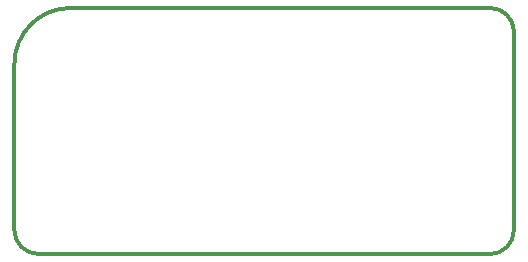
<source format=gm1>
G04 #@! TF.GenerationSoftware,KiCad,Pcbnew,8.0.5*
G04 #@! TF.CreationDate,2024-09-18T07:39:23+09:00*
G04 #@! TF.ProjectId,SandyLP_Plate_Middle_Isolated_area,53616e64-794c-4505-9f50-6c6174655f4d,v.0*
G04 #@! TF.SameCoordinates,Original*
G04 #@! TF.FileFunction,Profile,NP*
%FSLAX46Y46*%
G04 Gerber Fmt 4.6, Leading zero omitted, Abs format (unit mm)*
G04 Created by KiCad (PCBNEW 8.0.5) date 2024-09-18 07:39:23*
%MOMM*%
%LPD*%
G01*
G04 APERTURE LIST*
G04 #@! TA.AperFunction,Profile*
%ADD10C,0.300000*%
G04 #@! TD*
G04 APERTURE END LIST*
D10*
X26070935Y-56836066D02*
X26070935Y-42781490D01*
X28070935Y-58836066D02*
X66358435Y-58850280D01*
X30833435Y-38018990D02*
X66368435Y-38018990D01*
X68358435Y-56850280D02*
X68368435Y-40018990D01*
X26070935Y-42781490D02*
G75*
G02*
X30833435Y-38018990I4762500J0D01*
G01*
X28070935Y-58836066D02*
G75*
G02*
X26070935Y-56836066I-1J1999999D01*
G01*
X66368435Y-38018990D02*
G75*
G02*
X68368435Y-40018990I42J-1999958D01*
G01*
X68358435Y-56850280D02*
G75*
G02*
X66358435Y-58850280I-1999999J-1D01*
G01*
M02*

</source>
